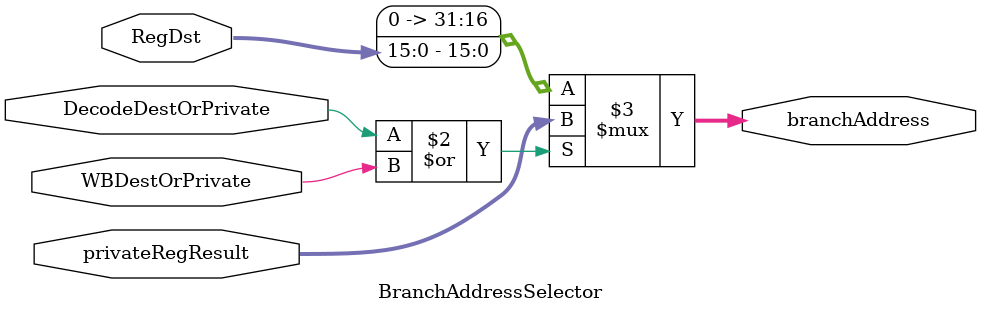
<source format=v>
module BranchAddressSelector (
	input DecodeDestOrPrivate, WBDestOrPrivate,
	input [15:0] RegDst,
	input [31:0] privateRegResult,
	output reg [31:0] branchAddress
);
always @(*) begin
  branchAddress = (DecodeDestOrPrivate | WBDestOrPrivate)? privateRegResult : {16'b0, RegDst};
end
endmodule
</source>
